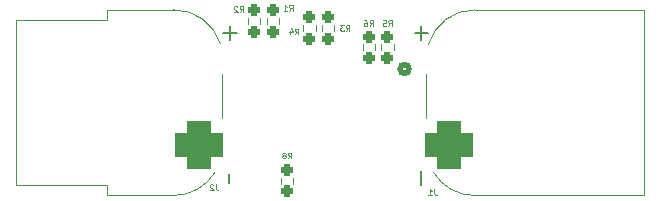
<source format=gbo>
G04 #@! TF.GenerationSoftware,KiCad,Pcbnew,8.0.1*
G04 #@! TF.CreationDate,2025-04-04T09:34:18-04:00*
G04 #@! TF.ProjectId,LVC_Custom,4c56435f-4375-4737-946f-6d2e6b696361,rev?*
G04 #@! TF.SameCoordinates,Original*
G04 #@! TF.FileFunction,Legend,Bot*
G04 #@! TF.FilePolarity,Positive*
%FSLAX46Y46*%
G04 Gerber Fmt 4.6, Leading zero omitted, Abs format (unit mm)*
G04 Created by KiCad (PCBNEW 8.0.1) date 2025-04-04 09:34:18*
%MOMM*%
%LPD*%
G01*
G04 APERTURE LIST*
G04 Aperture macros list*
%AMRoundRect*
0 Rectangle with rounded corners*
0 $1 Rounding radius*
0 $2 $3 $4 $5 $6 $7 $8 $9 X,Y pos of 4 corners*
0 Add a 4 corners polygon primitive as box body*
4,1,4,$2,$3,$4,$5,$6,$7,$8,$9,$2,$3,0*
0 Add four circle primitives for the rounded corners*
1,1,$1+$1,$2,$3*
1,1,$1+$1,$4,$5*
1,1,$1+$1,$6,$7*
1,1,$1+$1,$8,$9*
0 Add four rect primitives between the rounded corners*
20,1,$1+$1,$2,$3,$4,$5,0*
20,1,$1+$1,$4,$5,$6,$7,0*
20,1,$1+$1,$6,$7,$8,$9,0*
20,1,$1+$1,$8,$9,$2,$3,0*%
G04 Aperture macros list end*
%ADD10C,0.125000*%
%ADD11C,0.150000*%
%ADD12C,0.508000*%
%ADD13C,0.120000*%
%ADD14C,1.447800*%
%ADD15RoundRect,0.237500X-0.237500X0.250000X-0.237500X-0.250000X0.237500X-0.250000X0.237500X0.250000X0*%
%ADD16R,2.000000X0.900000*%
%ADD17RoundRect,1.025000X-1.025000X1.025000X-1.025000X-1.025000X1.025000X-1.025000X1.025000X1.025000X0*%
%ADD18C,4.100000*%
%ADD19RoundRect,0.237500X0.237500X-0.250000X0.237500X0.250000X-0.237500X0.250000X-0.237500X-0.250000X0*%
%ADD20RoundRect,1.025000X1.025000X-1.025000X1.025000X1.025000X-1.025000X1.025000X-1.025000X-1.025000X0*%
G04 APERTURE END LIST*
D10*
X136083333Y-106324809D02*
X136249999Y-106086714D01*
X136369047Y-106324809D02*
X136369047Y-105824809D01*
X136369047Y-105824809D02*
X136178571Y-105824809D01*
X136178571Y-105824809D02*
X136130952Y-105848619D01*
X136130952Y-105848619D02*
X136107142Y-105872428D01*
X136107142Y-105872428D02*
X136083333Y-105920047D01*
X136083333Y-105920047D02*
X136083333Y-105991476D01*
X136083333Y-105991476D02*
X136107142Y-106039095D01*
X136107142Y-106039095D02*
X136130952Y-106062904D01*
X136130952Y-106062904D02*
X136178571Y-106086714D01*
X136178571Y-106086714D02*
X136369047Y-106086714D01*
X135892856Y-105872428D02*
X135869047Y-105848619D01*
X135869047Y-105848619D02*
X135821428Y-105824809D01*
X135821428Y-105824809D02*
X135702380Y-105824809D01*
X135702380Y-105824809D02*
X135654761Y-105848619D01*
X135654761Y-105848619D02*
X135630952Y-105872428D01*
X135630952Y-105872428D02*
X135607142Y-105920047D01*
X135607142Y-105920047D02*
X135607142Y-105967666D01*
X135607142Y-105967666D02*
X135630952Y-106039095D01*
X135630952Y-106039095D02*
X135916666Y-106324809D01*
X135916666Y-106324809D02*
X135607142Y-106324809D01*
X134066666Y-120924809D02*
X134066666Y-121281952D01*
X134066666Y-121281952D02*
X134090475Y-121353380D01*
X134090475Y-121353380D02*
X134138094Y-121401000D01*
X134138094Y-121401000D02*
X134209523Y-121424809D01*
X134209523Y-121424809D02*
X134257142Y-121424809D01*
X133852380Y-120972428D02*
X133828571Y-120948619D01*
X133828571Y-120948619D02*
X133780952Y-120924809D01*
X133780952Y-120924809D02*
X133661904Y-120924809D01*
X133661904Y-120924809D02*
X133614285Y-120948619D01*
X133614285Y-120948619D02*
X133590476Y-120972428D01*
X133590476Y-120972428D02*
X133566666Y-121020047D01*
X133566666Y-121020047D02*
X133566666Y-121067666D01*
X133566666Y-121067666D02*
X133590476Y-121139095D01*
X133590476Y-121139095D02*
X133876190Y-121424809D01*
X133876190Y-121424809D02*
X133566666Y-121424809D01*
D11*
X135223866Y-120019048D02*
X135223866Y-120780953D01*
X135264700Y-107528571D02*
X135264700Y-108671429D01*
X135836128Y-108100000D02*
X134693271Y-108100000D01*
D10*
X145103333Y-107924809D02*
X145269999Y-107686714D01*
X145389047Y-107924809D02*
X145389047Y-107424809D01*
X145389047Y-107424809D02*
X145198571Y-107424809D01*
X145198571Y-107424809D02*
X145150952Y-107448619D01*
X145150952Y-107448619D02*
X145127142Y-107472428D01*
X145127142Y-107472428D02*
X145103333Y-107520047D01*
X145103333Y-107520047D02*
X145103333Y-107591476D01*
X145103333Y-107591476D02*
X145127142Y-107639095D01*
X145127142Y-107639095D02*
X145150952Y-107662904D01*
X145150952Y-107662904D02*
X145198571Y-107686714D01*
X145198571Y-107686714D02*
X145389047Y-107686714D01*
X144936666Y-107424809D02*
X144627142Y-107424809D01*
X144627142Y-107424809D02*
X144793809Y-107615285D01*
X144793809Y-107615285D02*
X144722380Y-107615285D01*
X144722380Y-107615285D02*
X144674761Y-107639095D01*
X144674761Y-107639095D02*
X144650952Y-107662904D01*
X144650952Y-107662904D02*
X144627142Y-107710523D01*
X144627142Y-107710523D02*
X144627142Y-107829571D01*
X144627142Y-107829571D02*
X144650952Y-107877190D01*
X144650952Y-107877190D02*
X144674761Y-107901000D01*
X144674761Y-107901000D02*
X144722380Y-107924809D01*
X144722380Y-107924809D02*
X144865237Y-107924809D01*
X144865237Y-107924809D02*
X144912856Y-107901000D01*
X144912856Y-107901000D02*
X144936666Y-107877190D01*
X148683333Y-107524809D02*
X148849999Y-107286714D01*
X148969047Y-107524809D02*
X148969047Y-107024809D01*
X148969047Y-107024809D02*
X148778571Y-107024809D01*
X148778571Y-107024809D02*
X148730952Y-107048619D01*
X148730952Y-107048619D02*
X148707142Y-107072428D01*
X148707142Y-107072428D02*
X148683333Y-107120047D01*
X148683333Y-107120047D02*
X148683333Y-107191476D01*
X148683333Y-107191476D02*
X148707142Y-107239095D01*
X148707142Y-107239095D02*
X148730952Y-107262904D01*
X148730952Y-107262904D02*
X148778571Y-107286714D01*
X148778571Y-107286714D02*
X148969047Y-107286714D01*
X148230952Y-107024809D02*
X148469047Y-107024809D01*
X148469047Y-107024809D02*
X148492856Y-107262904D01*
X148492856Y-107262904D02*
X148469047Y-107239095D01*
X148469047Y-107239095D02*
X148421428Y-107215285D01*
X148421428Y-107215285D02*
X148302380Y-107215285D01*
X148302380Y-107215285D02*
X148254761Y-107239095D01*
X148254761Y-107239095D02*
X148230952Y-107262904D01*
X148230952Y-107262904D02*
X148207142Y-107310523D01*
X148207142Y-107310523D02*
X148207142Y-107429571D01*
X148207142Y-107429571D02*
X148230952Y-107477190D01*
X148230952Y-107477190D02*
X148254761Y-107501000D01*
X148254761Y-107501000D02*
X148302380Y-107524809D01*
X148302380Y-107524809D02*
X148421428Y-107524809D01*
X148421428Y-107524809D02*
X148469047Y-107501000D01*
X148469047Y-107501000D02*
X148492856Y-107477190D01*
X140283333Y-106224809D02*
X140449999Y-105986714D01*
X140569047Y-106224809D02*
X140569047Y-105724809D01*
X140569047Y-105724809D02*
X140378571Y-105724809D01*
X140378571Y-105724809D02*
X140330952Y-105748619D01*
X140330952Y-105748619D02*
X140307142Y-105772428D01*
X140307142Y-105772428D02*
X140283333Y-105820047D01*
X140283333Y-105820047D02*
X140283333Y-105891476D01*
X140283333Y-105891476D02*
X140307142Y-105939095D01*
X140307142Y-105939095D02*
X140330952Y-105962904D01*
X140330952Y-105962904D02*
X140378571Y-105986714D01*
X140378571Y-105986714D02*
X140569047Y-105986714D01*
X139807142Y-106224809D02*
X140092856Y-106224809D01*
X139949999Y-106224809D02*
X139949999Y-105724809D01*
X139949999Y-105724809D02*
X139997618Y-105796238D01*
X139997618Y-105796238D02*
X140045237Y-105843857D01*
X140045237Y-105843857D02*
X140092856Y-105867666D01*
X140183333Y-118724809D02*
X140349999Y-118486714D01*
X140469047Y-118724809D02*
X140469047Y-118224809D01*
X140469047Y-118224809D02*
X140278571Y-118224809D01*
X140278571Y-118224809D02*
X140230952Y-118248619D01*
X140230952Y-118248619D02*
X140207142Y-118272428D01*
X140207142Y-118272428D02*
X140183333Y-118320047D01*
X140183333Y-118320047D02*
X140183333Y-118391476D01*
X140183333Y-118391476D02*
X140207142Y-118439095D01*
X140207142Y-118439095D02*
X140230952Y-118462904D01*
X140230952Y-118462904D02*
X140278571Y-118486714D01*
X140278571Y-118486714D02*
X140469047Y-118486714D01*
X139897618Y-118439095D02*
X139945237Y-118415285D01*
X139945237Y-118415285D02*
X139969047Y-118391476D01*
X139969047Y-118391476D02*
X139992856Y-118343857D01*
X139992856Y-118343857D02*
X139992856Y-118320047D01*
X139992856Y-118320047D02*
X139969047Y-118272428D01*
X139969047Y-118272428D02*
X139945237Y-118248619D01*
X139945237Y-118248619D02*
X139897618Y-118224809D01*
X139897618Y-118224809D02*
X139802380Y-118224809D01*
X139802380Y-118224809D02*
X139754761Y-118248619D01*
X139754761Y-118248619D02*
X139730952Y-118272428D01*
X139730952Y-118272428D02*
X139707142Y-118320047D01*
X139707142Y-118320047D02*
X139707142Y-118343857D01*
X139707142Y-118343857D02*
X139730952Y-118391476D01*
X139730952Y-118391476D02*
X139754761Y-118415285D01*
X139754761Y-118415285D02*
X139802380Y-118439095D01*
X139802380Y-118439095D02*
X139897618Y-118439095D01*
X139897618Y-118439095D02*
X139945237Y-118462904D01*
X139945237Y-118462904D02*
X139969047Y-118486714D01*
X139969047Y-118486714D02*
X139992856Y-118534333D01*
X139992856Y-118534333D02*
X139992856Y-118629571D01*
X139992856Y-118629571D02*
X139969047Y-118677190D01*
X139969047Y-118677190D02*
X139945237Y-118701000D01*
X139945237Y-118701000D02*
X139897618Y-118724809D01*
X139897618Y-118724809D02*
X139802380Y-118724809D01*
X139802380Y-118724809D02*
X139754761Y-118701000D01*
X139754761Y-118701000D02*
X139730952Y-118677190D01*
X139730952Y-118677190D02*
X139707142Y-118629571D01*
X139707142Y-118629571D02*
X139707142Y-118534333D01*
X139707142Y-118534333D02*
X139730952Y-118486714D01*
X139730952Y-118486714D02*
X139754761Y-118462904D01*
X139754761Y-118462904D02*
X139802380Y-118439095D01*
X152566666Y-121324809D02*
X152566666Y-121681952D01*
X152566666Y-121681952D02*
X152590475Y-121753380D01*
X152590475Y-121753380D02*
X152638094Y-121801000D01*
X152638094Y-121801000D02*
X152709523Y-121824809D01*
X152709523Y-121824809D02*
X152757142Y-121824809D01*
X152066666Y-121824809D02*
X152352380Y-121824809D01*
X152209523Y-121824809D02*
X152209523Y-121324809D01*
X152209523Y-121324809D02*
X152257142Y-121396238D01*
X152257142Y-121396238D02*
X152304761Y-121443857D01*
X152304761Y-121443857D02*
X152352380Y-121467666D01*
D11*
X151464700Y-107528571D02*
X151464700Y-108671429D01*
X152036128Y-108100000D02*
X150893271Y-108100000D01*
X151464700Y-119828571D02*
X151464700Y-120971429D01*
D10*
X140783333Y-108224809D02*
X140949999Y-107986714D01*
X141069047Y-108224809D02*
X141069047Y-107724809D01*
X141069047Y-107724809D02*
X140878571Y-107724809D01*
X140878571Y-107724809D02*
X140830952Y-107748619D01*
X140830952Y-107748619D02*
X140807142Y-107772428D01*
X140807142Y-107772428D02*
X140783333Y-107820047D01*
X140783333Y-107820047D02*
X140783333Y-107891476D01*
X140783333Y-107891476D02*
X140807142Y-107939095D01*
X140807142Y-107939095D02*
X140830952Y-107962904D01*
X140830952Y-107962904D02*
X140878571Y-107986714D01*
X140878571Y-107986714D02*
X141069047Y-107986714D01*
X140354761Y-107891476D02*
X140354761Y-108224809D01*
X140473809Y-107701000D02*
X140592856Y-108058142D01*
X140592856Y-108058142D02*
X140283333Y-108058142D01*
X147083333Y-107524809D02*
X147249999Y-107286714D01*
X147369047Y-107524809D02*
X147369047Y-107024809D01*
X147369047Y-107024809D02*
X147178571Y-107024809D01*
X147178571Y-107024809D02*
X147130952Y-107048619D01*
X147130952Y-107048619D02*
X147107142Y-107072428D01*
X147107142Y-107072428D02*
X147083333Y-107120047D01*
X147083333Y-107120047D02*
X147083333Y-107191476D01*
X147083333Y-107191476D02*
X147107142Y-107239095D01*
X147107142Y-107239095D02*
X147130952Y-107262904D01*
X147130952Y-107262904D02*
X147178571Y-107286714D01*
X147178571Y-107286714D02*
X147369047Y-107286714D01*
X146654761Y-107024809D02*
X146749999Y-107024809D01*
X146749999Y-107024809D02*
X146797618Y-107048619D01*
X146797618Y-107048619D02*
X146821428Y-107072428D01*
X146821428Y-107072428D02*
X146869047Y-107143857D01*
X146869047Y-107143857D02*
X146892856Y-107239095D01*
X146892856Y-107239095D02*
X146892856Y-107429571D01*
X146892856Y-107429571D02*
X146869047Y-107477190D01*
X146869047Y-107477190D02*
X146845237Y-107501000D01*
X146845237Y-107501000D02*
X146797618Y-107524809D01*
X146797618Y-107524809D02*
X146702380Y-107524809D01*
X146702380Y-107524809D02*
X146654761Y-107501000D01*
X146654761Y-107501000D02*
X146630952Y-107477190D01*
X146630952Y-107477190D02*
X146607142Y-107429571D01*
X146607142Y-107429571D02*
X146607142Y-107310523D01*
X146607142Y-107310523D02*
X146630952Y-107262904D01*
X146630952Y-107262904D02*
X146654761Y-107239095D01*
X146654761Y-107239095D02*
X146702380Y-107215285D01*
X146702380Y-107215285D02*
X146797618Y-107215285D01*
X146797618Y-107215285D02*
X146845237Y-107239095D01*
X146845237Y-107239095D02*
X146869047Y-107262904D01*
X146869047Y-107262904D02*
X146892856Y-107310523D01*
D12*
X150432700Y-111151900D02*
G75*
G02*
X149670700Y-111151900I-381000J0D01*
G01*
X149670700Y-111151900D02*
G75*
G02*
X150432700Y-111151900I381000J0D01*
G01*
D13*
X136777500Y-107342224D02*
X136777500Y-106832776D01*
X137822500Y-107342224D02*
X137822500Y-106832776D01*
X117190000Y-121010000D02*
X117190000Y-106990000D01*
X124890000Y-106990000D02*
X117190000Y-106990000D01*
X124890000Y-106990000D02*
X124890000Y-106140000D01*
X124890000Y-121010000D02*
X117190000Y-121010000D01*
X124890000Y-121860000D02*
X124890000Y-121010000D01*
X130500000Y-106140000D02*
X124890000Y-106140000D01*
X130500000Y-121860000D02*
X124890000Y-121860000D01*
X134610000Y-115290000D02*
X134610000Y-111550000D01*
X130500000Y-106140001D02*
G75*
G02*
X134458718Y-109010100I40002J-4109997D01*
G01*
X134022958Y-119866806D02*
G75*
G02*
X130500000Y-121860000I-3522958J2116806D01*
G01*
X143067500Y-107445276D02*
X143067500Y-107954724D01*
X144112500Y-107445276D02*
X144112500Y-107954724D01*
X148077500Y-109057776D02*
X148077500Y-109567224D01*
X149122500Y-109057776D02*
X149122500Y-109567224D01*
X138387500Y-106832776D02*
X138387500Y-107342224D01*
X139432500Y-106832776D02*
X139432500Y-107342224D01*
X139577500Y-120854724D02*
X139577500Y-120345276D01*
X140622500Y-120854724D02*
X140622500Y-120345276D01*
X151890000Y-111550000D02*
X151890000Y-115290000D01*
X156000000Y-106140000D02*
X170310000Y-106140000D01*
X156000000Y-121860000D02*
X170310000Y-121860000D01*
X170310000Y-106140000D02*
X170310000Y-121860000D01*
X152069587Y-109048352D02*
G75*
G02*
X156000000Y-106140000I3930413J-1201648D01*
G01*
X156000000Y-121860000D02*
G75*
G02*
X152477042Y-119866806I-1J4109999D01*
G01*
X141477500Y-107954724D02*
X141477500Y-107445276D01*
X142522500Y-107954724D02*
X142522500Y-107445276D01*
X146507500Y-109057776D02*
X146507500Y-109567224D01*
X147552500Y-109057776D02*
X147552500Y-109567224D01*
%LPC*%
D14*
X145300000Y-109401840D03*
X140300000Y-109401840D03*
D15*
X137300000Y-106175000D03*
X137300000Y-108000000D03*
D16*
X126650000Y-107250000D03*
X126650000Y-120750000D03*
D17*
X132650000Y-117600000D03*
D18*
X132650000Y-110400000D03*
D19*
X143590000Y-108612500D03*
X143590000Y-106787500D03*
X148600000Y-110225000D03*
X148600000Y-108400000D03*
X138910000Y-108000000D03*
X138910000Y-106175000D03*
D15*
X140100000Y-119687500D03*
X140100000Y-121512500D03*
D16*
X159850000Y-120750000D03*
X159850000Y-107250000D03*
D20*
X153850000Y-117600000D03*
D18*
X153850000Y-110400000D03*
D15*
X142000000Y-106787500D03*
X142000000Y-108612500D03*
D19*
X147030000Y-110225000D03*
X147030000Y-108400000D03*
%LPD*%
M02*

</source>
